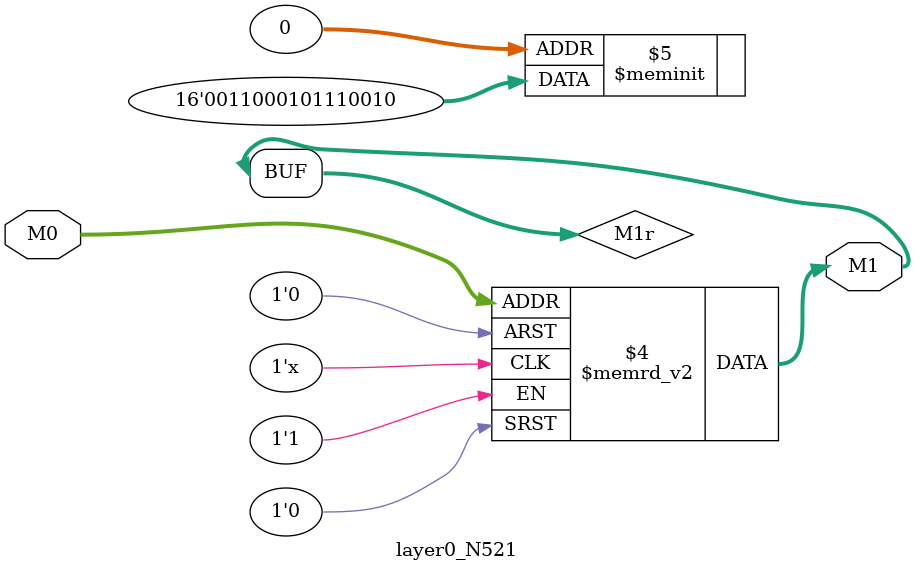
<source format=v>
module layer0_N521 ( input [2:0] M0, output [1:0] M1 );

	(*rom_style = "distributed" *) reg [1:0] M1r;
	assign M1 = M1r;
	always @ (M0) begin
		case (M0)
			3'b000: M1r = 2'b10;
			3'b100: M1r = 2'b01;
			3'b010: M1r = 2'b11;
			3'b110: M1r = 2'b11;
			3'b001: M1r = 2'b00;
			3'b101: M1r = 2'b00;
			3'b011: M1r = 2'b01;
			3'b111: M1r = 2'b00;

		endcase
	end
endmodule

</source>
